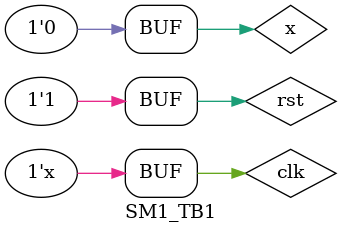
<source format=v>
`timescale 1ns / 1ps


module SM1_TB1();

reg clk, rst, x;
wire [1:0] state;

wire y;

SM1 u0(clk, rst, x, y, state);

initial begin
    clk <= 0;
    rst <= 1;
    x <= 0;
    #10 rst <= 0;
    #10 rst <= 1; // reset
    #10 x <= 1; // 1.1. state 00, input 1
    
    #10 rst <= 0;
    #10 rst <= 1; // reset    
    x <= 0;
    #10 x <= 1; // state 00 -> 01
    #10 x <= 0; // 1.2. state 01, input 0
    
    #10 rst <= 0;
    #10 rst <= 1; // reset
    x <= 0;
    #10 x <= 1; // state 00 -> 01
    #10 x <= 1; // 1.3. state 01, input 1
    
    #10 rst <= 0;
    #10 rst <= 1; // reset
    x <= 0;
    #10 x <= 1; // state 00 -> 01
    #10 x <= 1; // state 01 -> 11        
    #10 x <= 1; // state 11 -> 10
    #10 x <= 0; // 1.4. state 10, input 0
    
    #10 rst <= 0;
    #10 rst <= 1; // reset
    x <= 0;
    #10 x <= 1; // state 00 -> 01
    #10 x <= 1; // state 01 -> 11        
    #10 x <= 1; // state 11 -> 10
    #10 x <= 1; // 1.5. state 10, input 1
    
    #10 rst <= 0;
    #10 rst <= 1; // reset    
    x <= 0;
    #10 x <= 1; // state 00 -> 01
    #10 x <= 1; // state 01 -> 11 
    #10 x <= 0; // 1.6. state 11, input 0     
end

always #5 clk <= ~clk;
endmodule

</source>
